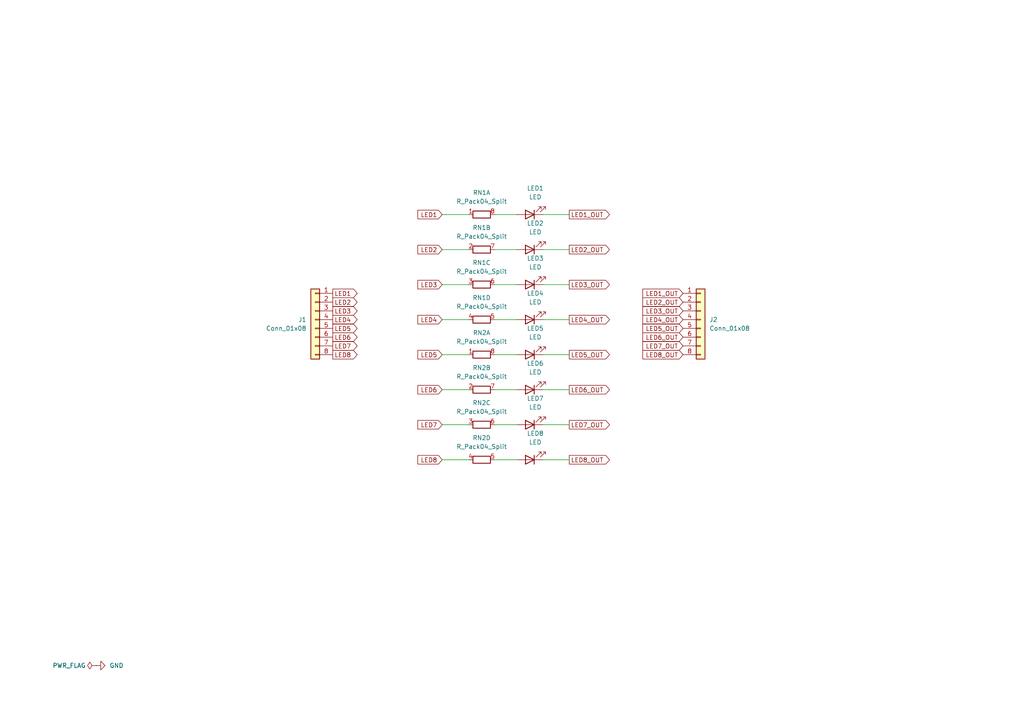
<source format=kicad_sch>
(kicad_sch (version 20231120) (generator "eeschema") (generator_version "8.0")
  (paper "A4")
  (lib_symbols
    (symbol "Connector_Generic:Conn_01x08" (pin_names (offset 1.016) hide)
      (property "Reference" "J" (at 0 10.16 0))
      (property "Value" "Conn_01x08" (at 0 -12.7 0))
      (symbol "Conn_01x08_1_1"
        (rectangle (start -1.27 -10.033) (end 0 -10.287) (stroke (width 0.1524)))
        (rectangle (start -1.27 -7.493) (end 0 -7.747) (stroke (width 0.1524)))
        (rectangle (start -1.27 -4.953) (end 0 -5.207) (stroke (width 0.1524)))
        (rectangle (start -1.27 -2.413) (end 0 -2.667) (stroke (width 0.1524)))
        (rectangle (start -1.27 0.127) (end 0 -0.127) (stroke (width 0.1524)))
        (rectangle (start -1.27 2.667) (end 0 2.413) (stroke (width 0.1524)))
        (rectangle (start -1.27 5.207) (end 0 4.953) (stroke (width 0.1524)))
        (rectangle (start -1.27 7.747) (end 0 7.493) (stroke (width 0.1524)))
        (rectangle (start -1.27 8.89) (end 1.27 -11.43) (stroke (width 0.254)) (fill (type background)))
        (pin passive line (at -5.08 7.62 0) (length 3.81) (name "Pin_1") (number "1"))
        (pin passive line (at -5.08 5.08 0) (length 3.81) (name "Pin_2") (number "2"))
        (pin passive line (at -5.08 2.54 0) (length 3.81) (name "Pin_3") (number "3"))
        (pin passive line (at -5.08 0 0) (length 3.81) (name "Pin_4") (number "4"))
        (pin passive line (at -5.08 -2.54 0) (length 3.81) (name "Pin_5") (number "5"))
        (pin passive line (at -5.08 -5.08 0) (length 3.81) (name "Pin_6") (number "6"))
        (pin passive line (at -5.08 -7.62 0) (length 3.81) (name "Pin_7") (number "7"))
        (pin passive line (at -5.08 -10.16 0) (length 3.81) (name "Pin_8") (number "8"))
      )
    )
    (symbol "Device:LED" (pin_numbers hide) (pin_names (offset 1.016) hide)
      (property "Reference" "D" (at 0 2.54 0))
      (property "Value" "LED" (at 0 -2.54 0))
      (symbol "LED_0_1"
        (polyline (pts (xy -1.27 -1.27) (xy -1.27 1.27)) (stroke (width 0.254)))
        (polyline (pts (xy -1.27 0) (xy 1.27 0)))
        (polyline (pts (xy 1.27 -1.27) (xy 1.27 1.27) (xy -1.27 0) (xy 1.27 -1.27)) (stroke (width 0.254)))
        (polyline (pts (xy -3.048 -0.762) (xy -4.572 -2.286) (xy -3.81 -2.286) (xy -4.572 -2.286) (xy -4.572 -1.524)))
        (polyline (pts (xy -1.778 -0.762) (xy -3.302 -2.286) (xy -2.54 -2.286) (xy -3.302 -2.286) (xy -3.302 -1.524)))
      )
      (symbol "LED_1_1"
        (pin passive line (at -3.81 0 0) (length 2.54) (name "K") (number "1"))
        (pin passive line (at 3.81 0 180) (length 2.54) (name "A") (number "2"))
      )
    )
    (symbol "Device:R_Pack04_Split" (pin_names (offset 0) hide)
      (property "Reference" "RN" (at 2.032 0 90))
      (property "Value" "R_Pack04_Split" (at 0 0 90))
      (symbol "R_Pack04_Split_0_1"
        (rectangle (start 1.016 2.54) (end -1.016 -2.54) (stroke (width 0.254)))
      )
      (symbol "R_Pack04_Split_1_1"
        (pin passive line (at 0 -3.81 90) (length 1.27) (name "R1.1") (number "1"))
        (pin passive line (at 0 3.81 270) (length 1.27) (name "R1.2") (number "8"))
      )
      (symbol "R_Pack04_Split_2_1"
        (pin passive line (at 0 -3.81 90) (length 1.27) (name "R2.1") (number "2"))
        (pin passive line (at 0 3.81 270) (length 1.27) (name "R2.2") (number "7"))
      )
      (symbol "R_Pack04_Split_3_1"
        (pin passive line (at 0 -3.81 90) (length 1.27) (name "R3.1") (number "3"))
        (pin passive line (at 0 3.81 270) (length 1.27) (name "R3.2") (number "6"))
      )
      (symbol "R_Pack04_Split_4_1"
        (pin passive line (at 0 -3.81 90) (length 1.27) (name "R4.1") (number "4"))
        (pin passive line (at 0 3.81 270) (length 1.27) (name "R4.2") (number "5"))
      )
    )
    (symbol "power:GND" (power) (pin_numbers hide) (pin_names (offset 0) hide)
      (property "Value" "GND" (at 0 -3.81 0))
      (symbol "GND_0_1"
        (polyline (pts (xy 0 0) (xy 0 -1.27) (xy 1.27 -1.27) (xy 0 -2.54) (xy -1.27 -1.27) (xy 0 -1.27)))
      )
      (symbol "GND_1_1"
        (pin power_in line (at 0 0 270) (length 0) (name "~") (number "1"))
      )
    )
    (symbol "power:PWR_FLAG" (power) (pin_numbers hide) (pin_names (offset 0) hide)
      (property "Value" "PWR_FLAG" (at 0 3.81 0))
      (symbol "PWR_FLAG_0_0"
        (pin power_out line (at 0 0 90) (length 0) (name "~") (number "1"))
      )
      (symbol "PWR_FLAG_0_1"
        (polyline (pts (xy 0 0) (xy 0 1.27) (xy -1.016 1.905) (xy 0 2.54) (xy 1.016 1.905) (xy 0 1.27)))
      )
    )
  )
  (wire (pts (xy 128.27 133.35) (xy 135.89 133.35)))
  (wire (pts (xy 157.48 62.23) (xy 165.1 62.23)))
  (wire (pts (xy 143.51 72.39) (xy 149.86 72.39)))
  (wire (pts (xy 143.51 92.71) (xy 149.86 92.71)))
  (wire (pts (xy 128.27 62.23) (xy 135.89 62.23)))
  (wire (pts (xy 143.51 123.19) (xy 149.86 123.19)))
  (wire (pts (xy 128.27 123.19) (xy 135.89 123.19)))
  (wire (pts (xy 157.48 102.87) (xy 165.1 102.87)))
  (wire (pts (xy 157.48 113.03) (xy 165.1 113.03)))
  (wire (pts (xy 143.51 62.23) (xy 149.86 62.23)))
  (wire (pts (xy 157.48 123.19) (xy 165.1 123.19)))
  (wire (pts (xy 143.51 82.55) (xy 149.86 82.55)))
  (wire (pts (xy 165.1 133.35) (xy 157.48 133.35)))
  (wire (pts (xy 157.48 82.55) (xy 165.1 82.55)))
  (wire (pts (xy 128.27 92.71) (xy 135.89 92.71)))
  (wire (pts (xy 128.27 72.39) (xy 135.89 72.39)))
  (wire (pts (xy 143.51 133.35) (xy 149.86 133.35)))
  (wire (pts (xy 128.27 82.55) (xy 135.89 82.55)))
  (wire (pts (xy 143.51 113.03) (xy 149.86 113.03)))
  (wire (pts (xy 143.51 102.87) (xy 149.86 102.87)))
  (wire (pts (xy 165.1 92.71) (xy 157.48 92.71)))
  (wire (pts (xy 128.27 113.03) (xy 135.89 113.03)))
  (wire (pts (xy 128.27 102.87) (xy 135.89 102.87)))
  (wire (pts (xy 157.48 72.39) (xy 165.1 72.39)))
  (global_label "LED7_OUT" (shape output) (at 165.1 123.19 0) (property "Intersheetrefs" "${INTERSHEET_REFS}" (effects (hide yes))))
  (global_label "LED2_OUT" (shape output) (at 165.1 72.39 0) (property "Intersheetrefs" "${INTERSHEET_REFS}" (effects (hide yes))))
  (global_label "LED5_OUT" (shape input) (at 198.12 95.25 180) (property "Intersheetrefs" "${INTERSHEET_REFS}" (effects (hide yes))))
  (global_label "LED8" (shape output) (at 96.52 102.87 0) (property "Intersheetrefs" "${INTERSHEET_REFS}" (effects (hide yes))))
  (global_label "LED5_OUT" (shape output) (at 165.1 102.87 0) (property "Intersheetrefs" "${INTERSHEET_REFS}" (effects (hide yes))))
  (global_label "LED2" (shape output) (at 96.52 87.63 0) (property "Intersheetrefs" "${INTERSHEET_REFS}" (effects (hide yes))))
  (global_label "LED7" (shape input) (at 128.27 123.19 180) (property "Intersheetrefs" "${INTERSHEET_REFS}" (effects (hide yes))))
  (global_label "LED7" (shape output) (at 96.52 100.33 0) (property "Intersheetrefs" "${INTERSHEET_REFS}" (effects (hide yes))))
  (global_label "LED6" (shape input) (at 128.27 113.03 180) (property "Intersheetrefs" "${INTERSHEET_REFS}" (effects (hide yes))))
  (global_label "LED4" (shape input) (at 128.27 92.71 180) (property "Intersheetrefs" "${INTERSHEET_REFS}" (effects (hide yes))))
  (global_label "LED5" (shape input) (at 128.27 102.87 180) (property "Intersheetrefs" "${INTERSHEET_REFS}" (effects (hide yes))))
  (global_label "LED4_OUT" (shape output) (at 165.1 92.71 0) (property "Intersheetrefs" "${INTERSHEET_REFS}" (effects (hide yes))))
  (global_label "LED5" (shape output) (at 96.52 95.25 0) (property "Intersheetrefs" "${INTERSHEET_REFS}" (effects (hide yes))))
  (global_label "LED8" (shape input) (at 128.27 133.35 180) (property "Intersheetrefs" "${INTERSHEET_REFS}" (effects (hide yes))))
  (global_label "LED2" (shape input) (at 128.27 72.39 180) (property "Intersheetrefs" "${INTERSHEET_REFS}" (effects (hide yes))))
  (global_label "LED1_OUT" (shape input) (at 198.12 85.09 180) (property "Intersheetrefs" "${INTERSHEET_REFS}" (effects (hide yes))))
  (global_label "LED6_OUT" (shape input) (at 198.12 97.79 180) (property "Intersheetrefs" "${INTERSHEET_REFS}" (effects (hide yes))))
  (global_label "LED7_OUT" (shape input) (at 198.12 100.33 180) (property "Intersheetrefs" "${INTERSHEET_REFS}" (effects (hide yes))))
  (global_label "LED4" (shape output) (at 96.52 92.71 0) (property "Intersheetrefs" "${INTERSHEET_REFS}" (effects (hide yes))))
  (global_label "LED3" (shape output) (at 96.52 90.17 0) (property "Intersheetrefs" "${INTERSHEET_REFS}" (effects (hide yes))))
  (global_label "LED2_OUT" (shape input) (at 198.12 87.63 180) (property "Intersheetrefs" "${INTERSHEET_REFS}" (effects (hide yes))))
  (global_label "LED1" (shape input) (at 128.27 62.23 180) (property "Intersheetrefs" "${INTERSHEET_REFS}" (effects (hide yes))))
  (global_label "LED8_OUT" (shape output) (at 165.1 133.35 0) (property "Intersheetrefs" "${INTERSHEET_REFS}" (effects (hide yes))))
  (global_label "LED6_OUT" (shape output) (at 165.1 113.03 0) (property "Intersheetrefs" "${INTERSHEET_REFS}" (effects (hide yes))))
  (global_label "LED3_OUT" (shape input) (at 198.12 90.17 180) (property "Intersheetrefs" "${INTERSHEET_REFS}" (effects (hide yes))))
  (global_label "LED4_OUT" (shape input) (at 198.12 92.71 180) (property "Intersheetrefs" "${INTERSHEET_REFS}" (effects (hide yes))))
  (global_label "LED3_OUT" (shape output) (at 165.1 82.55 0) (property "Intersheetrefs" "${INTERSHEET_REFS}" (effects (hide yes))))
  (global_label "LED1_OUT" (shape output) (at 165.1 62.23 0) (property "Intersheetrefs" "${INTERSHEET_REFS}" (effects (hide yes))))
  (global_label "LED1" (shape output) (at 96.52 85.09 0) (property "Intersheetrefs" "${INTERSHEET_REFS}" (effects (hide yes))))
  (global_label "LED8_OUT" (shape input) (at 198.12 102.87 180) (property "Intersheetrefs" "${INTERSHEET_REFS}" (effects (hide yes))))
  (global_label "LED3" (shape input) (at 128.27 82.55 180) (property "Intersheetrefs" "${INTERSHEET_REFS}" (effects (hide yes))))
  (global_label "LED6" (shape output) (at 96.52 97.79 0) (property "Intersheetrefs" "${INTERSHEET_REFS}" (effects (hide yes))))
  (symbol (lib_id "Device:LED") (at 153.67 62.23 180) (unit 1)
    (property "Reference" "LED1" (at 155.2575 54.61 0))
    (property "Value" "LED" (at 155.2575 57.15 0))
    (property "Footprint" "custom:LED_0805_2012Metric_Pad1.15x1.40mm_HandSolder_simple" (effects (hide yes)))
    (property "Description" "Light emitting diode" (effects (hide yes)))
  )
  (symbol (lib_id "Device:LED") (at 153.67 123.19 180) (unit 1)
    (property "Reference" "LED7" (at 155.2575 115.57 0))
    (property "Value" "LED" (at 155.2575 118.11 0))
    (property "Footprint" "custom:LED_0805_2012Metric_Pad1.15x1.40mm_HandSolder_simple" (effects (hide yes)))
    (property "Description" "Light emitting diode" (effects (hide yes)))
  )
  (symbol (lib_id "Device:LED") (at 153.67 113.03 180) (unit 1)
    (property "Reference" "LED6" (at 155.2575 105.41 0))
    (property "Value" "LED" (at 155.2575 107.95 0))
    (property "Footprint" "custom:LED_0805_2012Metric_Pad1.15x1.40mm_HandSolder_simple" (effects (hide yes)))
    (property "Description" "Light emitting diode" (effects (hide yes)))
  )
  (symbol (lib_id "Connector_Generic:Conn_01x08") (at 203.2 92.71 0) (unit 1)
    (property "Reference" "J2" (at 205.74 92.7099 0) (effects (justify left)))
    (property "Value" "Conn_01x08" (at 205.74 95.2499 0) (effects (justify left)))
    (property "Footprint" "custom:PinHeader_1x08_P2.54mm_Vertical_simple" (effects (hide yes)))
    (property "Description" "Generic connector, single row, 01x08, script generated (kicad-library-utils/schlib/autogen/connector/)" (effects (hide yes)))
  )
  (symbol (lib_id "Device:LED") (at 153.67 82.55 180) (unit 1)
    (property "Reference" "LED3" (at 155.2575 74.93 0))
    (property "Value" "LED" (at 155.2575 77.47 0))
    (property "Footprint" "custom:LED_0805_2012Metric_Pad1.15x1.40mm_HandSolder_simple" (effects (hide yes)))
    (property "Description" "Light emitting diode" (effects (hide yes)))
  )
  (symbol (lib_id "Device:LED") (at 153.67 72.39 180) (unit 1)
    (property "Reference" "LED2" (at 155.2575 64.77 0))
    (property "Value" "LED" (at 155.2575 67.31 0))
    (property "Footprint" "custom:LED_0805_2012Metric_Pad1.15x1.40mm_HandSolder_simple" (effects (hide yes)))
    (property "Description" "Light emitting diode" (effects (hide yes)))
  )
  (symbol (lib_id "Device:R_Pack04_Split") (at 139.7 113.03 270) (unit 2)
    (property "Reference" "RN2" (at 139.7 106.68 90))
    (property "Value" "R_Pack04_Split" (at 139.7 109.22 90))
    (property "Footprint" "Resistor_SMD:R_Array_Convex_4x0603" (effects (hide yes)))
    (property "Description" "4 resistor network, parallel topology, split" (effects (hide yes)))
  )
  (symbol (lib_id "Device:R_Pack04_Split") (at 139.7 133.35 270) (unit 4)
    (property "Reference" "RN2" (at 139.7 127 90))
    (property "Value" "R_Pack04_Split" (at 139.7 129.54 90))
    (property "Footprint" "Resistor_SMD:R_Array_Convex_4x0603" (effects (hide yes)))
    (property "Description" "4 resistor network, parallel topology, split" (effects (hide yes)))
  )
  (symbol (lib_id "Device:LED") (at 153.67 92.71 180) (unit 1)
    (property "Reference" "LED4" (at 155.2575 85.09 0))
    (property "Value" "LED" (at 155.2575 87.63 0))
    (property "Footprint" "custom:LED_0805_2012Metric_Pad1.15x1.40mm_HandSolder_simple" (effects (hide yes)))
    (property "Description" "Light emitting diode" (effects (hide yes)))
  )
  (symbol (lib_id "Device:R_Pack04_Split") (at 139.7 123.19 270) (unit 3)
    (property "Reference" "RN2" (at 139.7 116.84 90))
    (property "Value" "R_Pack04_Split" (at 139.7 119.38 90))
    (property "Footprint" "Resistor_SMD:R_Array_Convex_4x0603" (effects (hide yes)))
    (property "Description" "4 resistor network, parallel topology, split" (effects (hide yes)))
  )
  (symbol (lib_id "Connector_Generic:Conn_01x08") (at 91.44 92.71 0) (mirror y) (unit 1)
    (property "Reference" "J1" (at 88.9 92.7099 0) (effects (justify left)))
    (property "Value" "Conn_01x08" (at 88.9 95.2499 0) (effects (justify left)))
    (property "Footprint" "custom:PinHeader_1x08_P2.54mm_Vertical_simple" (effects (hide yes)))
    (property "Description" "Generic connector, single row, 01x08, script generated (kicad-library-utils/schlib/autogen/connector/)" (effects (hide yes)))
  )
  (symbol (lib_id "power:GND") (at 27.94 193.04 90) (unit 1)
    (property "Reference" "#PWR02" (effects (hide yes)))
    (property "Value" "GND" (at 31.75 193.04 90) (effects (justify right)))
    (property "Description" "Power symbol creates a global label with name \"GND\" , ground" (effects (hide yes)))
  )
  (symbol (lib_id "Device:R_Pack04_Split") (at 139.7 72.39 270) (unit 2)
    (property "Reference" "RN1" (at 139.7 66.04 90))
    (property "Value" "R_Pack04_Split" (at 139.7 68.58 90))
    (property "Footprint" "Resistor_SMD:R_Array_Convex_4x0603" (effects (hide yes)))
    (property "Description" "4 resistor network, parallel topology, split" (effects (hide yes)))
  )
  (symbol (lib_id "Device:R_Pack04_Split") (at 139.7 82.55 270) (unit 3)
    (property "Reference" "RN1" (at 139.7 76.2 90))
    (property "Value" "R_Pack04_Split" (at 139.7 78.74 90))
    (property "Footprint" "Resistor_SMD:R_Array_Convex_4x0603" (effects (hide yes)))
    (property "Description" "4 resistor network, parallel topology, split" (effects (hide yes)))
  )
  (symbol (lib_id "power:PWR_FLAG") (at 27.94 193.04 90) (unit 1)
    (property "Reference" "#FLG01" (effects (hide yes)))
    (property "Value" "PWR_FLAG" (at 20.066 193.04 90))
    (property "Description" "Special symbol for telling ERC where power comes from" (effects (hide yes)))
  )
  (symbol (lib_id "Device:LED") (at 153.67 133.35 180) (unit 1)
    (property "Reference" "LED8" (at 155.2575 125.73 0))
    (property "Value" "LED" (at 155.2575 128.27 0))
    (property "Footprint" "custom:LED_0805_2012Metric_Pad1.15x1.40mm_HandSolder_simple" (effects (hide yes)))
    (property "Description" "Light emitting diode" (effects (hide yes)))
  )
  (symbol (lib_id "Device:R_Pack04_Split") (at 139.7 102.87 270) (unit 1)
    (property "Reference" "RN2" (at 139.7 96.52 90))
    (property "Value" "R_Pack04_Split" (at 139.7 99.06 90))
    (property "Footprint" "Resistor_SMD:R_Array_Convex_4x0603" (effects (hide yes)))
    (property "Description" "4 resistor network, parallel topology, split" (effects (hide yes)))
  )
  (symbol (lib_id "Device:R_Pack04_Split") (at 139.7 62.23 270) (unit 1)
    (property "Reference" "RN1" (at 139.7 55.88 90))
    (property "Value" "R_Pack04_Split" (at 139.7 58.42 90))
    (property "Footprint" "Resistor_SMD:R_Array_Convex_4x0603" (effects (hide yes)))
    (property "Description" "4 resistor network, parallel topology, split" (effects (hide yes)))
  )
  (symbol (lib_id "Device:R_Pack04_Split") (at 139.7 92.71 270) (unit 4)
    (property "Reference" "RN1" (at 139.7 86.36 90))
    (property "Value" "R_Pack04_Split" (at 139.7 88.9 90))
    (property "Footprint" "Resistor_SMD:R_Array_Convex_4x0603" (effects (hide yes)))
    (property "Description" "4 resistor network, parallel topology, split" (effects (hide yes)))
  )
  (symbol (lib_id "Device:LED") (at 153.67 102.87 180) (unit 1)
    (property "Reference" "LED5" (at 155.2575 95.25 0))
    (property "Value" "LED" (at 155.2575 97.79 0))
    (property "Footprint" "custom:LED_0805_2012Metric_Pad1.15x1.40mm_HandSolder_simple" (effects (hide yes)))
    (property "Description" "Light emitting diode" (effects (hide yes)))
  )
)
</source>
